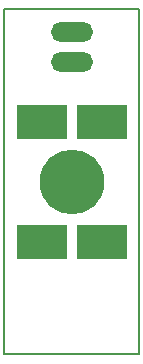
<source format=gbs>
G04 #@! TF.FileFunction,Soldermask,Bot*
%FSLAX46Y46*%
G04 Gerber Fmt 4.6, Leading zero omitted, Abs format (unit mm)*
G04 Created by KiCad (PCBNEW (2016-05-03 BZR 6266)-product) date Mon Jul 11 04:52:19 2016*
%MOMM*%
%LPD*%
G01*
G04 APERTURE LIST*
%ADD10C,0.350000*%
%ADD11C,0.150000*%
%ADD12O,3.575000X1.670000*%
%ADD13C,5.480000*%
%ADD14R,4.210000X2.940000*%
G04 APERTURE END LIST*
D10*
D11*
X140335000Y-86995000D02*
X140335000Y-116205000D01*
X151765000Y-86995000D02*
X140335000Y-86995000D01*
X151765000Y-116205000D02*
X151765000Y-86995000D01*
X140335000Y-116205000D02*
X151765000Y-116205000D01*
D12*
X146050000Y-91440000D03*
X146050000Y-88900000D03*
D13*
X146050000Y-101600000D03*
D14*
X143510000Y-96520000D03*
X143510000Y-106680000D03*
X148590000Y-96520000D03*
X148590000Y-106680000D03*
M02*

</source>
